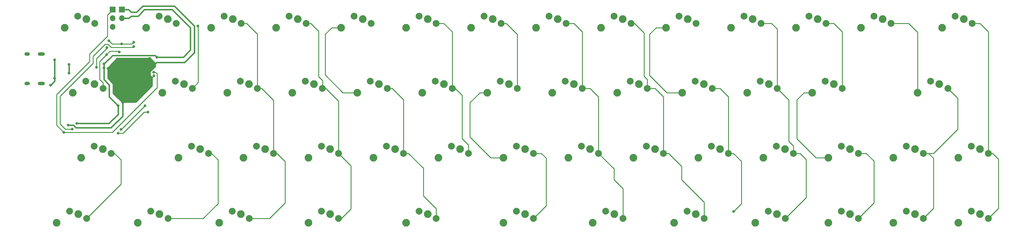
<source format=gbr>
G04 #@! TF.GenerationSoftware,KiCad,Pcbnew,(5.1.4-0-10_14)*
G04 #@! TF.CreationDate,2024-02-26T14:42:05+09:00*
G04 #@! TF.ProjectId,carry53-pcb,63617272-7935-4332-9d70-63622e6b6963,rev?*
G04 #@! TF.SameCoordinates,Original*
G04 #@! TF.FileFunction,Copper,L1,Top*
G04 #@! TF.FilePolarity,Positive*
%FSLAX46Y46*%
G04 Gerber Fmt 4.6, Leading zero omitted, Abs format (unit mm)*
G04 Created by KiCad (PCBNEW (5.1.4-0-10_14)) date 2024-02-26 14:42:05*
%MOMM*%
%LPD*%
G04 APERTURE LIST*
%ADD10C,2.250000*%
%ADD11C,2.000000*%
%ADD12O,1.600000X1.000000*%
%ADD13O,2.100000X1.000000*%
%ADD14O,1.700000X1.700000*%
%ADD15R,1.700000X1.700000*%
%ADD16C,0.800000*%
%ADD17C,0.381000*%
%ADD18C,0.250000*%
%ADD19C,0.254000*%
G04 APERTURE END LIST*
D10*
X58102500Y-59372500D03*
X64452500Y-56832500D03*
X27146250Y-40322500D03*
X33496250Y-37782500D03*
D11*
X30956250Y-36962500D03*
X35956250Y-39062500D03*
D10*
X105727500Y-21272500D03*
X112077500Y-18732500D03*
X24765000Y-21272500D03*
X31115000Y-18732500D03*
X48577500Y-21272500D03*
X54927500Y-18732500D03*
D11*
X278606250Y-36962500D03*
X283606250Y-39062500D03*
X171450000Y-36962500D03*
X176450000Y-39062500D03*
X57150000Y-36962500D03*
X62150000Y-39062500D03*
X76200000Y-36962500D03*
X81200000Y-39062500D03*
X223837500Y-17912500D03*
X228837500Y-20012500D03*
X242887500Y-17912500D03*
X247887500Y-20012500D03*
X147637500Y-17912500D03*
X152637500Y-20012500D03*
X166687500Y-17912500D03*
X171687500Y-20012500D03*
X90487500Y-17912500D03*
X95487500Y-20012500D03*
X52387500Y-17912500D03*
X57387500Y-20012500D03*
X109537500Y-17912500D03*
X114537500Y-20012500D03*
X33337500Y-56012500D03*
X38337500Y-58112500D03*
X190500000Y-36962500D03*
X195500000Y-39062500D03*
X95250000Y-36962500D03*
X100250000Y-39062500D03*
X261937500Y-17912500D03*
X266937500Y-20012500D03*
X185737500Y-17912500D03*
X190737500Y-20012500D03*
X114300000Y-36962500D03*
X119300000Y-39062500D03*
X285750000Y-17912500D03*
X290750000Y-20012500D03*
X209550000Y-36962500D03*
X214550000Y-39062500D03*
X61912500Y-56012500D03*
X66912500Y-58112500D03*
X176212500Y-56012500D03*
X181212500Y-58112500D03*
X157162500Y-56012500D03*
X162162500Y-58112500D03*
X271462500Y-56012500D03*
X276462500Y-58112500D03*
X128587500Y-75062500D03*
X133587500Y-77162500D03*
X252412500Y-75062500D03*
X257412500Y-77162500D03*
X157162500Y-75062500D03*
X162162500Y-77162500D03*
X271462500Y-75062500D03*
X276462500Y-77162500D03*
X290512500Y-56012500D03*
X295512500Y-58112500D03*
X80962500Y-56012500D03*
X85962500Y-58112500D03*
X195262500Y-56012500D03*
X200262500Y-58112500D03*
X26193750Y-75062500D03*
X31193750Y-77162500D03*
X183356250Y-75062500D03*
X188356250Y-77162500D03*
X290512500Y-75062500D03*
X295512500Y-77162500D03*
X228600000Y-36962500D03*
X233600000Y-39062500D03*
X100012500Y-56012500D03*
X105012500Y-58112500D03*
X214312500Y-56012500D03*
X219312500Y-58112500D03*
X50006250Y-75062500D03*
X55006250Y-77162500D03*
X207168750Y-75062500D03*
X212168750Y-77162500D03*
X133350000Y-36962500D03*
X138350000Y-39062500D03*
X247650000Y-36962500D03*
X252650000Y-39062500D03*
X119062500Y-56012500D03*
X124062500Y-58112500D03*
X233362500Y-56012500D03*
X238362500Y-58112500D03*
X73818750Y-75062500D03*
X78818750Y-77162500D03*
X230981250Y-75062500D03*
X235981250Y-77162500D03*
X100012500Y-75062500D03*
X105012500Y-77162500D03*
X252412500Y-56012500D03*
X257412500Y-58112500D03*
X138112500Y-56012500D03*
X143112500Y-58112500D03*
X152400000Y-36962500D03*
X157400000Y-39062500D03*
X204787500Y-17912500D03*
X209787500Y-20012500D03*
X128587500Y-17912500D03*
X133587500Y-20012500D03*
X76437500Y-20012500D03*
X71437500Y-17912500D03*
X28575000Y-17912500D03*
X33575000Y-20012500D03*
D10*
X274796250Y-40322500D03*
X281146250Y-37782500D03*
D12*
X13712500Y-29017500D03*
X13712500Y-37657500D03*
D13*
X17892500Y-29017500D03*
X17892500Y-37657500D03*
D10*
X286702500Y-78422500D03*
X293052500Y-75882500D03*
X267652500Y-78422500D03*
X274002500Y-75882500D03*
X248602500Y-78422500D03*
X254952500Y-75882500D03*
X227171250Y-78422500D03*
X233521250Y-75882500D03*
X203358750Y-78422500D03*
X209708750Y-75882500D03*
X179546250Y-78422500D03*
X185896250Y-75882500D03*
X153352500Y-78422500D03*
X159702500Y-75882500D03*
X124777500Y-78422500D03*
X131127500Y-75882500D03*
X96202500Y-78422500D03*
X102552500Y-75882500D03*
X70008750Y-78422500D03*
X76358750Y-75882500D03*
X46196250Y-78422500D03*
X52546250Y-75882500D03*
X22383750Y-78422500D03*
X28733750Y-75882500D03*
X286702500Y-59372500D03*
X293052500Y-56832500D03*
X267652500Y-59372500D03*
X274002500Y-56832500D03*
X248602500Y-59372500D03*
X254952500Y-56832500D03*
X229552500Y-59372500D03*
X235902500Y-56832500D03*
X210502500Y-59372500D03*
X216852500Y-56832500D03*
X191452500Y-59372500D03*
X197802500Y-56832500D03*
X172402500Y-59372500D03*
X178752500Y-56832500D03*
X153352500Y-59372500D03*
X159702500Y-56832500D03*
X134302500Y-59372500D03*
X140652500Y-56832500D03*
X115252500Y-59372500D03*
X121602500Y-56832500D03*
X96202500Y-59372500D03*
X102552500Y-56832500D03*
X77152500Y-59372500D03*
X83502500Y-56832500D03*
X29527500Y-59372500D03*
X35877500Y-56832500D03*
X243840000Y-40322500D03*
X250190000Y-37782500D03*
X224790000Y-40322500D03*
X231140000Y-37782500D03*
X205740000Y-40322500D03*
X212090000Y-37782500D03*
X186690000Y-40322500D03*
X193040000Y-37782500D03*
X167640000Y-40322500D03*
X173990000Y-37782500D03*
X148590000Y-40322500D03*
X154940000Y-37782500D03*
X129540000Y-40322500D03*
X135890000Y-37782500D03*
X110490000Y-40322500D03*
X116840000Y-37782500D03*
X91440000Y-40322500D03*
X97790000Y-37782500D03*
X72390000Y-40322500D03*
X78740000Y-37782500D03*
X53340000Y-40322500D03*
X59690000Y-37782500D03*
X281940000Y-21272500D03*
X288290000Y-18732500D03*
X258127500Y-21272500D03*
X264477500Y-18732500D03*
X239077500Y-21272500D03*
X245427500Y-18732500D03*
X220027500Y-21272500D03*
X226377500Y-18732500D03*
X200977500Y-21272500D03*
X207327500Y-18732500D03*
X181927500Y-21272500D03*
X188277500Y-18732500D03*
X162877500Y-21272500D03*
X169227500Y-18732500D03*
X143827500Y-21272500D03*
X150177500Y-18732500D03*
X124777500Y-21272500D03*
X131127500Y-18732500D03*
X86677500Y-21272500D03*
X93027500Y-18732500D03*
X67627500Y-21272500D03*
X73977500Y-18732500D03*
D14*
X38802000Y-21082000D03*
X38802000Y-18542000D03*
D15*
X38802000Y-16002000D03*
D14*
X41469000Y-18542000D03*
D15*
X41469000Y-16002000D03*
D16*
X37401500Y-33210500D03*
X41719500Y-43243500D03*
X49593500Y-30289500D03*
X50926500Y-35385500D03*
X49148500Y-32210500D03*
X25780500Y-49863500D03*
X40131500Y-30432500D03*
X39877500Y-31448500D03*
X51752500Y-29908500D03*
X40386000Y-44132500D03*
X28320500Y-49355500D03*
X36233000Y-33061000D03*
X36233000Y-31918000D03*
X50799500Y-34369500D03*
X24463000Y-51943000D03*
X26034500Y-34623500D03*
X26034500Y-32083500D03*
X41402000Y-26035000D03*
X37719000Y-25146000D03*
X44958000Y-25527000D03*
X40386000Y-52197000D03*
X49148500Y-46053500D03*
X41275000Y-51133500D03*
X48259500Y-44148500D03*
X21780500Y-30670500D03*
X21780500Y-36131500D03*
X20573500Y-38179500D03*
X37084000Y-27178000D03*
X34036000Y-32893000D03*
X40767000Y-28448000D03*
X37020500Y-29146500D03*
X63754000Y-20828000D03*
X220789500Y-75120500D03*
X44958000Y-26797000D03*
X26923500Y-51006500D03*
D17*
X38989000Y-40513000D02*
X38989000Y-37719000D01*
X37401500Y-36131500D02*
X37401500Y-33210500D01*
X38989000Y-37719000D02*
X37401500Y-36131500D01*
X41719500Y-43243500D02*
X38989000Y-40513000D01*
X40195500Y-30289500D02*
X49593500Y-30289500D01*
X37401500Y-33210500D02*
X37401500Y-33083500D01*
X39243000Y-31242000D02*
X40195500Y-30289500D01*
X37401500Y-33083500D02*
X39243000Y-31242000D01*
D18*
X50526501Y-35785499D02*
X50310499Y-35785499D01*
X50926500Y-35385500D02*
X50526501Y-35785499D01*
D17*
X38274500Y-50625500D02*
X28066500Y-50625500D01*
X28066500Y-50625500D02*
X27304500Y-49863500D01*
X41719500Y-47180500D02*
X38274500Y-50625500D01*
X27304500Y-49863500D02*
X25780500Y-49863500D01*
X41719500Y-43243500D02*
X41719500Y-47180500D01*
X45847000Y-16764000D02*
X44196000Y-16764000D01*
X47625000Y-14986000D02*
X45847000Y-16764000D01*
X62738000Y-28575000D02*
X62738000Y-20828000D01*
X49767500Y-30289500D02*
X51307500Y-31829500D01*
X43434000Y-16002000D02*
X41402000Y-16002000D01*
X51307500Y-31829500D02*
X51688500Y-31448500D01*
X59864500Y-31448500D02*
X62738000Y-28575000D01*
X56896000Y-14986000D02*
X47625000Y-14986000D01*
X51688500Y-31448500D02*
X59864500Y-31448500D01*
X44196000Y-16764000D02*
X43434000Y-16002000D01*
X62738000Y-20828000D02*
X56896000Y-14986000D01*
X49593500Y-30289500D02*
X49767500Y-30289500D01*
X43561000Y-18542000D02*
X41402000Y-18542000D01*
X46228000Y-17907000D02*
X44196000Y-17907000D01*
X48133000Y-16002000D02*
X46228000Y-17907000D01*
X59499500Y-29908500D02*
X61595000Y-27813000D01*
X61595000Y-21336000D02*
X56261000Y-16002000D01*
X56261000Y-16002000D02*
X48133000Y-16002000D01*
X61595000Y-27813000D02*
X61595000Y-21336000D01*
X44196000Y-17907000D02*
X43561000Y-18542000D01*
X53276500Y-29908500D02*
X59499500Y-29908500D01*
X51752500Y-29908500D02*
X53276500Y-29908500D01*
X39986001Y-43732501D02*
X40386000Y-44132500D01*
X37782500Y-41529000D02*
X39986001Y-43732501D01*
X37782500Y-38036500D02*
X37782500Y-41529000D01*
X36233000Y-36487000D02*
X37782500Y-38036500D01*
X37718500Y-49355500D02*
X28320500Y-49355500D01*
X40386000Y-46688000D02*
X37718500Y-49355500D01*
X40386000Y-44132500D02*
X40386000Y-46688000D01*
X28320500Y-49355500D02*
X28320500Y-49355500D01*
X51244500Y-29400500D02*
X51752500Y-29908500D01*
X38750500Y-29400500D02*
X51244500Y-29400500D01*
X36233000Y-31918000D02*
X38750500Y-29400500D01*
X36233000Y-32347000D02*
X36233000Y-31918000D01*
X36233000Y-33061000D02*
X36233000Y-36487000D01*
X36233000Y-32347000D02*
X36233000Y-33061000D01*
D18*
X50799500Y-34369500D02*
X51365185Y-34369500D01*
X51815500Y-34819815D02*
X51815500Y-38862500D01*
X38735000Y-51943000D02*
X24717000Y-51943000D01*
X51815500Y-38862500D02*
X38735000Y-51943000D01*
X51365185Y-34369500D02*
X51815500Y-34819815D01*
X24717000Y-51943000D02*
X24463000Y-51943000D01*
X38862000Y-16009000D02*
X38862000Y-16002000D01*
X32004000Y-29040000D02*
X37278000Y-23766000D01*
X37278000Y-17593000D02*
X38862000Y-16009000D01*
X32004000Y-31242000D02*
X32004000Y-29040000D01*
X22351500Y-40894500D02*
X32004000Y-31242000D01*
X22351500Y-49863500D02*
X22351500Y-40894500D01*
X24431000Y-51943000D02*
X22351500Y-49863500D01*
X37278000Y-23766000D02*
X37278000Y-17593000D01*
X24463000Y-51943000D02*
X24431000Y-51943000D01*
D17*
X26034500Y-34623500D02*
X26034500Y-32083500D01*
X26034500Y-32083500D02*
X26034500Y-32083500D01*
D18*
X38608000Y-26035000D02*
X38118999Y-25545999D01*
X38118999Y-25545999D02*
X37719000Y-25146000D01*
X44450000Y-26035000D02*
X38608000Y-26035000D01*
X44958000Y-25527000D02*
X44450000Y-26035000D01*
X33496250Y-37782500D02*
X34099500Y-38385750D01*
X48005500Y-46053500D02*
X49148500Y-46053500D01*
X41862000Y-52197000D02*
X48005500Y-46053500D01*
X40386000Y-52197000D02*
X41862000Y-52197000D01*
X41735000Y-50673000D02*
X48259500Y-44148500D01*
X41735000Y-50673500D02*
X41275000Y-51133500D01*
X41735000Y-50673000D02*
X41735000Y-50673500D01*
X48259500Y-44148500D02*
X48264653Y-44143347D01*
D17*
X21780500Y-30670500D02*
X21780500Y-36131500D01*
X21780500Y-36131500D02*
X21780500Y-36972500D01*
X21780500Y-36972500D02*
X20573500Y-38179500D01*
D18*
X34036000Y-32327315D02*
X34036000Y-32893000D01*
X34036000Y-30353000D02*
X34036000Y-32327315D01*
X37084000Y-27305000D02*
X34036000Y-30353000D01*
X37084000Y-27178000D02*
X37084000Y-27305000D01*
X39316500Y-58112500D02*
X38337500Y-58112500D01*
X41211500Y-60007500D02*
X39316500Y-58112500D01*
X41211500Y-67144750D02*
X41211500Y-60007500D01*
X31193750Y-77162500D02*
X41211500Y-67144750D01*
X35956250Y-37480250D02*
X34956251Y-36480251D01*
X35956250Y-39062500D02*
X35956250Y-37480250D01*
X40513000Y-28194000D02*
X40767000Y-28448000D01*
X37973000Y-28194000D02*
X40513000Y-28194000D01*
X34956251Y-36480251D02*
X34956251Y-31210749D01*
X37020500Y-29146500D02*
X37973000Y-28194000D01*
X34956251Y-31210749D02*
X37020500Y-29146500D01*
X58239500Y-20012500D02*
X57387500Y-20012500D01*
X63881000Y-37331500D02*
X63881000Y-20955000D01*
X63881000Y-20955000D02*
X63754000Y-20828000D01*
X62150000Y-39062500D02*
X63881000Y-37331500D01*
X67764500Y-58112500D02*
X66912500Y-58112500D01*
X65331500Y-77162500D02*
X69659500Y-72834500D01*
X69659500Y-60007500D02*
X67764500Y-58112500D01*
X69659500Y-72834500D02*
X69659500Y-60007500D01*
X55006250Y-77162500D02*
X65331500Y-77162500D01*
X81200000Y-23161000D02*
X81200000Y-39062500D01*
X78051500Y-20012500D02*
X81200000Y-23161000D01*
X76437500Y-20012500D02*
X78051500Y-20012500D01*
X85962500Y-42528500D02*
X85962500Y-58112500D01*
X82496500Y-39062500D02*
X85962500Y-42528500D01*
X81200000Y-39062500D02*
X82496500Y-39062500D01*
X84762500Y-77162500D02*
X78818750Y-77162500D01*
X89344500Y-72580500D02*
X84762500Y-77162500D01*
X89344500Y-60515500D02*
X89344500Y-72580500D01*
X86941500Y-58112500D02*
X89344500Y-60515500D01*
X85962500Y-58112500D02*
X86941500Y-58112500D01*
X101292500Y-39062500D02*
X100250000Y-39062500D01*
X105012500Y-42782500D02*
X101292500Y-39062500D01*
X105012500Y-58112500D02*
X105012500Y-42782500D01*
X106012499Y-59112499D02*
X105012500Y-58112500D01*
X108648500Y-61748500D02*
X106012499Y-59112499D01*
X108648500Y-74358500D02*
X108648500Y-61748500D01*
X105844500Y-77162500D02*
X108648500Y-74358500D01*
X105012500Y-77162500D02*
X105844500Y-77162500D01*
X100329500Y-36782500D02*
X100329500Y-38983000D01*
X99186500Y-35639500D02*
X100329500Y-36782500D01*
X100329500Y-38983000D02*
X100250000Y-39062500D01*
X99186500Y-22304500D02*
X99186500Y-35639500D01*
X96894500Y-20012500D02*
X99186500Y-22304500D01*
X95487500Y-20012500D02*
X96894500Y-20012500D01*
X119300000Y-39062500D02*
X120723500Y-39062500D01*
X124062500Y-42401500D02*
X124062500Y-58112500D01*
X120723500Y-39062500D02*
X124062500Y-42401500D01*
X129857500Y-70548500D02*
X133587500Y-74278500D01*
X133587500Y-74278500D02*
X133587500Y-77162500D01*
X129857500Y-62493287D02*
X129857500Y-70548500D01*
X125476713Y-58112500D02*
X129857500Y-62493287D01*
X124062500Y-58112500D02*
X125476713Y-58112500D01*
X114537500Y-20256500D02*
X114537500Y-20012500D01*
X101091500Y-35131500D02*
X106282500Y-40322500D01*
X106282500Y-40322500D02*
X110490000Y-40322500D01*
X101091500Y-23193500D02*
X101091500Y-35131500D01*
X103012500Y-21272500D02*
X101091500Y-23193500D01*
X105727500Y-21272500D02*
X103012500Y-21272500D01*
X138350000Y-22526000D02*
X138350000Y-39062500D01*
X135836500Y-20012500D02*
X138350000Y-22526000D01*
X133587500Y-20012500D02*
X135836500Y-20012500D01*
X139185500Y-39062500D02*
X138350000Y-39062500D01*
X141223500Y-53800500D02*
X141223500Y-41100500D01*
X143065500Y-55642500D02*
X141223500Y-53800500D01*
X141223500Y-41100500D02*
X139185500Y-39062500D01*
X143065500Y-58065500D02*
X143065500Y-55642500D01*
X143112500Y-58112500D02*
X143065500Y-58065500D01*
X152637500Y-20012500D02*
X154156250Y-20012500D01*
X157400000Y-23256250D02*
X157400000Y-39062500D01*
X154156250Y-20012500D02*
X157400000Y-23256250D01*
X162162500Y-58112500D02*
X164475000Y-58112500D01*
X164475000Y-58112500D02*
X165893750Y-59531250D01*
X165893750Y-73431250D02*
X162162500Y-77162500D01*
X165893750Y-59531250D02*
X165893750Y-73431250D01*
X143509500Y-53292500D02*
X149589500Y-59372500D01*
X143509500Y-43259500D02*
X143509500Y-53292500D01*
X149589500Y-59372500D02*
X153352500Y-59372500D01*
X146446500Y-40322500D02*
X143509500Y-43259500D01*
X148590000Y-40322500D02*
X146446500Y-40322500D01*
X188356250Y-77162500D02*
X188356250Y-68500000D01*
X188356250Y-68500000D02*
X185737500Y-65881250D01*
X185737500Y-62637500D02*
X181212500Y-58112500D01*
X185737500Y-65881250D02*
X185737500Y-62637500D01*
X176450000Y-39062500D02*
X178762500Y-39062500D01*
X181212500Y-41512500D02*
X181212500Y-58112500D01*
X178762500Y-39062500D02*
X181212500Y-41512500D01*
X171687500Y-20012500D02*
X174000000Y-20012500D01*
X174000000Y-20012500D02*
X176450000Y-22462500D01*
X176450000Y-22462500D02*
X176450000Y-39062500D01*
X212168750Y-72468750D02*
X212168750Y-77162500D01*
X205581250Y-65881250D02*
X212168750Y-72468750D01*
X205581250Y-61912500D02*
X205581250Y-65881250D01*
X201781250Y-58112500D02*
X205581250Y-61912500D01*
X200262500Y-58112500D02*
X201781250Y-58112500D01*
X195500000Y-39062500D02*
X197812500Y-39062500D01*
X200262500Y-41512500D02*
X200262500Y-58112500D01*
X197812500Y-39062500D02*
X200262500Y-41512500D01*
X195500000Y-36447249D02*
X195500000Y-39062500D01*
X194563500Y-35510749D02*
X195500000Y-36447249D01*
X194563500Y-22812500D02*
X194563500Y-35510749D01*
X191763500Y-20012500D02*
X194563500Y-22812500D01*
X190737500Y-20012500D02*
X191763500Y-20012500D01*
X214550000Y-39062500D02*
X216862500Y-39062500D01*
X219312500Y-41512500D02*
X219312500Y-58112500D01*
X216862500Y-39062500D02*
X219312500Y-41512500D01*
X220726713Y-58112500D02*
X223075500Y-60461287D01*
X219312500Y-58112500D02*
X220726713Y-58112500D01*
X223075500Y-60461287D02*
X223075500Y-72834500D01*
X223075500Y-72834500D02*
X220789500Y-75120500D01*
X201278500Y-40322500D02*
X205740000Y-40322500D01*
X196214500Y-23193500D02*
X196214500Y-35258500D01*
X198135500Y-21272500D02*
X196214500Y-23193500D01*
X196214500Y-35258500D02*
X201278500Y-40322500D01*
X200977500Y-21272500D02*
X198135500Y-21272500D01*
X228837500Y-20012500D02*
X231943750Y-20012500D01*
X233600000Y-21668750D02*
X233600000Y-39062500D01*
X231943750Y-20012500D02*
X233600000Y-21668750D01*
X234599999Y-40062499D02*
X233600000Y-39062500D01*
X236981500Y-42444000D02*
X234599999Y-40062499D01*
X236981500Y-54562500D02*
X236981500Y-42444000D01*
X238378500Y-55959500D02*
X236981500Y-54562500D01*
X238378500Y-58096500D02*
X238378500Y-55959500D01*
X238362500Y-58112500D02*
X238378500Y-58096500D01*
X240277500Y-58112500D02*
X238362500Y-58112500D01*
X242093750Y-59928750D02*
X240277500Y-58112500D01*
X242093750Y-71050000D02*
X242093750Y-59928750D01*
X235981250Y-77162500D02*
X242093750Y-71050000D01*
X247887500Y-20012500D02*
X250200000Y-20012500D01*
X252650000Y-22462500D02*
X252650000Y-39062500D01*
X250200000Y-20012500D02*
X252650000Y-22462500D01*
X257412500Y-58112500D02*
X259725000Y-58112500D01*
X259725000Y-58112500D02*
X261937500Y-60325000D01*
X261937500Y-72637500D02*
X257412500Y-77162500D01*
X261937500Y-60325000D02*
X261937500Y-72637500D01*
X258752500Y-58112500D02*
X257412500Y-58112500D01*
X239394500Y-53800500D02*
X244966500Y-59372500D01*
X244966500Y-59372500D02*
X248602500Y-59372500D01*
X239394500Y-42370500D02*
X239394500Y-53800500D01*
X241442500Y-40322500D02*
X239394500Y-42370500D01*
X243840000Y-40322500D02*
X241442500Y-40322500D01*
X276462500Y-58112500D02*
X277981250Y-58112500D01*
X277981250Y-58112500D02*
X279400000Y-59531250D01*
X279400000Y-74225000D02*
X276462500Y-77162500D01*
X279400000Y-59531250D02*
X279400000Y-74225000D01*
X286512000Y-51054000D02*
X286512000Y-41968250D01*
X286512000Y-41968250D02*
X283606250Y-39062500D01*
X279453500Y-58112500D02*
X286512000Y-51054000D01*
X276462500Y-58112500D02*
X279453500Y-58112500D01*
X272107500Y-20012500D02*
X266937500Y-20012500D01*
X274796250Y-22701250D02*
X272107500Y-20012500D01*
X274796250Y-40322500D02*
X274796250Y-22701250D01*
X293062500Y-20012500D02*
X295512500Y-22462500D01*
X295512500Y-22462500D02*
X295512500Y-58112500D01*
X290750000Y-20012500D02*
X293062500Y-20012500D01*
X298450000Y-74225000D02*
X295512500Y-77162500D01*
X298450000Y-59817000D02*
X298450000Y-74225000D01*
X296745500Y-58112500D02*
X298450000Y-59817000D01*
X295512500Y-58112500D02*
X296745500Y-58112500D01*
X23367500Y-49482500D02*
X24891500Y-51006500D01*
X23367500Y-41402500D02*
X23367500Y-49482500D01*
X33020000Y-31750000D02*
X23367500Y-41402500D01*
X24891500Y-51006500D02*
X26923500Y-51006500D01*
X36576000Y-26162000D02*
X33020000Y-29718000D01*
X37465000Y-26162000D02*
X36576000Y-26162000D01*
X33020000Y-29718000D02*
X33020000Y-31750000D01*
X38354000Y-27051000D02*
X37465000Y-26162000D01*
X44704000Y-27051000D02*
X38354000Y-27051000D01*
X44958000Y-26797000D02*
X44704000Y-27051000D01*
D19*
G36*
X51308000Y-31929606D02*
G01*
X51308000Y-32713394D01*
X49821197Y-34200197D01*
X49805403Y-34219443D01*
X49793667Y-34241399D01*
X49786440Y-34265224D01*
X49784000Y-34290000D01*
X49784000Y-35179000D01*
X49786440Y-35203776D01*
X49793667Y-35227601D01*
X49805403Y-35249557D01*
X49821197Y-35268803D01*
X50419000Y-35866606D01*
X50419000Y-38301394D01*
X45540394Y-43180000D01*
X41835606Y-43180000D01*
X39116000Y-40460394D01*
X39116000Y-37846000D01*
X39113560Y-37821224D01*
X39106333Y-37797399D01*
X39094597Y-37775443D01*
X39078803Y-37756197D01*
X37465000Y-36142394D01*
X37465000Y-33199606D01*
X40184606Y-30480000D01*
X49858394Y-30480000D01*
X51308000Y-31929606D01*
X51308000Y-31929606D01*
G37*
X51308000Y-31929606D02*
X51308000Y-32713394D01*
X49821197Y-34200197D01*
X49805403Y-34219443D01*
X49793667Y-34241399D01*
X49786440Y-34265224D01*
X49784000Y-34290000D01*
X49784000Y-35179000D01*
X49786440Y-35203776D01*
X49793667Y-35227601D01*
X49805403Y-35249557D01*
X49821197Y-35268803D01*
X50419000Y-35866606D01*
X50419000Y-38301394D01*
X45540394Y-43180000D01*
X41835606Y-43180000D01*
X39116000Y-40460394D01*
X39116000Y-37846000D01*
X39113560Y-37821224D01*
X39106333Y-37797399D01*
X39094597Y-37775443D01*
X39078803Y-37756197D01*
X37465000Y-36142394D01*
X37465000Y-33199606D01*
X40184606Y-30480000D01*
X49858394Y-30480000D01*
X51308000Y-31929606D01*
M02*

</source>
